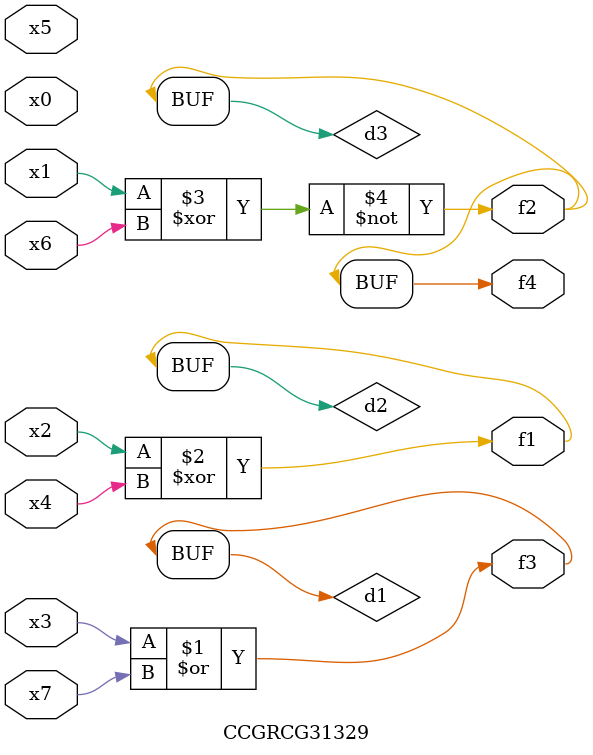
<source format=v>
module CCGRCG31329(
	input x0, x1, x2, x3, x4, x5, x6, x7,
	output f1, f2, f3, f4
);

	wire d1, d2, d3;

	or (d1, x3, x7);
	xor (d2, x2, x4);
	xnor (d3, x1, x6);
	assign f1 = d2;
	assign f2 = d3;
	assign f3 = d1;
	assign f4 = d3;
endmodule

</source>
